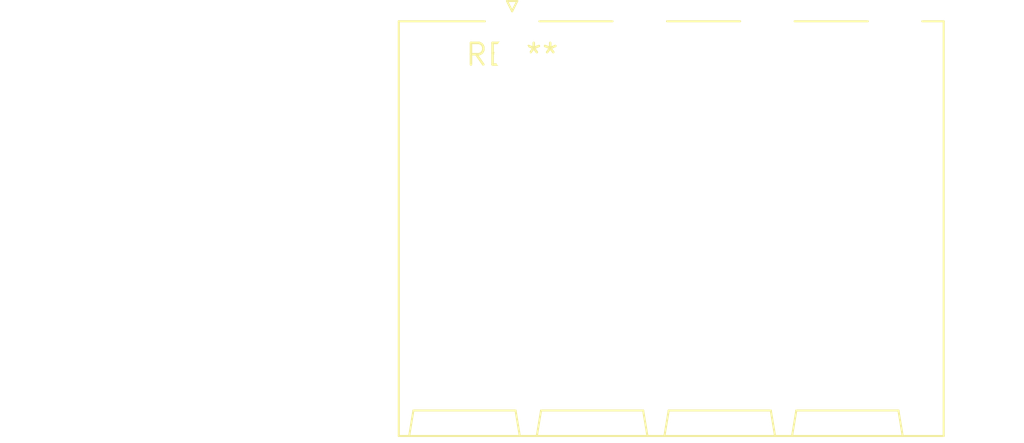
<source format=kicad_pcb>
(kicad_pcb (version 20240108) (generator pcbnew)
  (layers (0 "F.Cu" signal) (31 "B.Cu" signal) (34 "B.Paste" user) (35 "F.Paste" user) (36 "B.SilkS" user "B.Silkscreen") (37 "F.SilkS" user "F.Silkscreen") (38 "B.Mask" user) (39 "F.Mask" user) (44 "Edge.Cuts" user))
  (net 0 "")
  (footprint "PhoenixContact_SPT_5_4-H-7.5-ZB_1x04_P7.5mm_Horizontal" (layer "F.Cu") (at 0 0)
    (property "Reference" "REF**")
    (property "Value" "PhoenixContact_SPT_5_4-H-7.5-ZB_1x04_P7.5mm_Horizontal")
    (fp_line (start -6.66 -1.96) (end -1.6 -1.96) (layer "F.SilkS") (stroke (width 0.12)))
    (fp_line (start -6.66 22.41) (end -6.66 -1.96) (layer "F.SilkS") (stroke (width 0.12)))
    (fp_line (start -6.05 22.41) (end -5.8 20.91) (layer "F.SilkS") (stroke (width 0.12)))
    (fp_line (start -5.8 20.91) (end 0.2 20.91) (layer "F.SilkS") (stroke (width 0.12)))
    (fp_line (start -0.3 -3.15) (end 0 -2.55) (layer "F.SilkS") (stroke (width 0.12)))
    (fp_line (start -0.3 -3.15) (end 0.3 -3.15) (layer "F.SilkS") (stroke (width 0.12)))
    (fp_line (start 0.3 -3.15) (end 0 -2.55) (layer "F.SilkS") (stroke (width 0.12)))
    (fp_line (start 0.45 22.41) (end 0.2 20.91) (layer "F.SilkS") (stroke (width 0.12)))
    (fp_line (start 1.45 22.41) (end 1.7 20.91) (layer "F.SilkS") (stroke (width 0.12)))
    (fp_line (start 1.6 -1.96) (end 5.9 -1.96) (layer "F.SilkS") (stroke (width 0.12)))
    (fp_line (start 1.7 20.91) (end 7.7 20.91) (layer "F.SilkS") (stroke (width 0.12)))
    (fp_line (start 7.95 22.41) (end 7.7 20.91) (layer "F.SilkS") (stroke (width 0.12)))
    (fp_line (start 8.95 22.41) (end 9.2 20.91) (layer "F.SilkS") (stroke (width 0.12)))
    (fp_line (start 9.1 -1.96) (end 13.4 -1.96) (layer "F.SilkS") (stroke (width 0.12)))
    (fp_line (start 9.2 20.91) (end 15.2 20.91) (layer "F.SilkS") (stroke (width 0.12)))
    (fp_line (start 15.45 22.41) (end 15.2 20.91) (layer "F.SilkS") (stroke (width 0.12)))
    (fp_line (start 16.45 22.41) (end 16.7 20.91) (layer "F.SilkS") (stroke (width 0.12)))
    (fp_line (start 16.6 -1.96) (end 20.9 -1.96) (layer "F.SilkS") (stroke (width 0.12)))
    (fp_line (start 16.7 20.91) (end 22.7 20.91) (layer "F.SilkS") (stroke (width 0.12)))
    (fp_line (start 22.95 22.41) (end 22.7 20.91) (layer "F.SilkS") (stroke (width 0.12)))
    (fp_line (start 24.1 -1.96) (end 25.36 -1.96) (layer "F.SilkS") (stroke (width 0.12)))
    (fp_line (start 25.36 -1.96) (end 25.36 22.41) (layer "F.SilkS") (stroke (width 0.12)))
    (fp_line (start 25.36 22.41) (end -6.66 22.41) (layer "F.SilkS") (stroke (width 0.12)))
    (pad "1" thru_hole roundrect (at 0 0) (size 2.8 4.3) (drill 2.1) (layers *.Cu *.Mask) (remove_unused_layers) (roundrect_rratio 0.089286))
    (pad "2" thru_hole oval (at 7.5 13.2) (size 2.8 4.3) (drill 2.1) (layers *.Cu *.Mask) (remove_unused_layers))
    (pad "3" thru_hole oval (at 15 0) (size 2.8 4.3) (drill 2.1) (layers *.Cu *.Mask) (remove_unused_layers))
    (pad "4" thru_hole oval (at 22.5 13.2) (size 2.8 4.3) (drill 2.1) (layers *.Cu *.Mask) (remove_unused_layers))
  )
)
</source>
